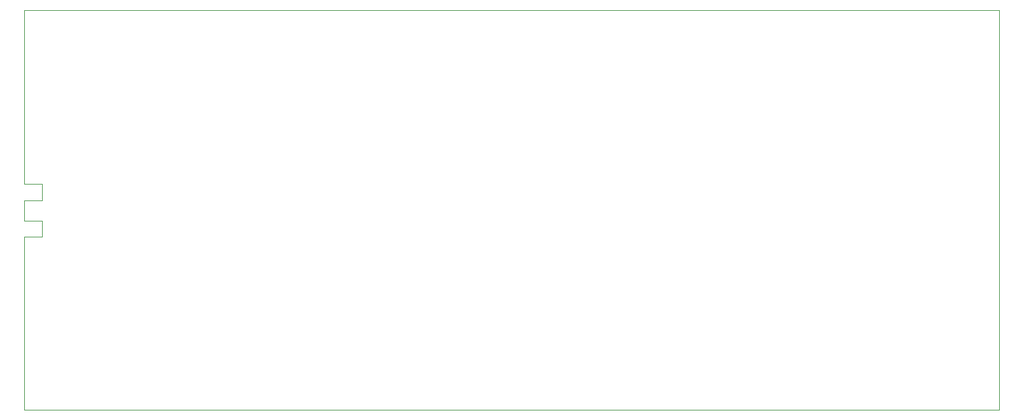
<source format=gbr>
%TF.GenerationSoftware,Altium Limited,Altium Designer,19.1.8 (144)*%
G04 Layer_Color=0*
%FSLAX26Y26*%
%MOIN*%
%TF.FileFunction,Profile,NP*%
%TF.Part,Single*%
G01*
G75*
%TA.AperFunction,Profile*%
%ADD88C,0.001000*%
D88*
X0Y990158D02*
X92520D01*
Y905512D01*
X0D01*
Y0D01*
X5100000Y-0D01*
Y2094488D01*
X0Y2094488D01*
Y1183071D01*
X92520D01*
Y1098425D01*
X0D01*
Y990158D01*
%TF.MD5,4d67704a4f9b7bc097c94a5ede06931f*%
M02*

</source>
